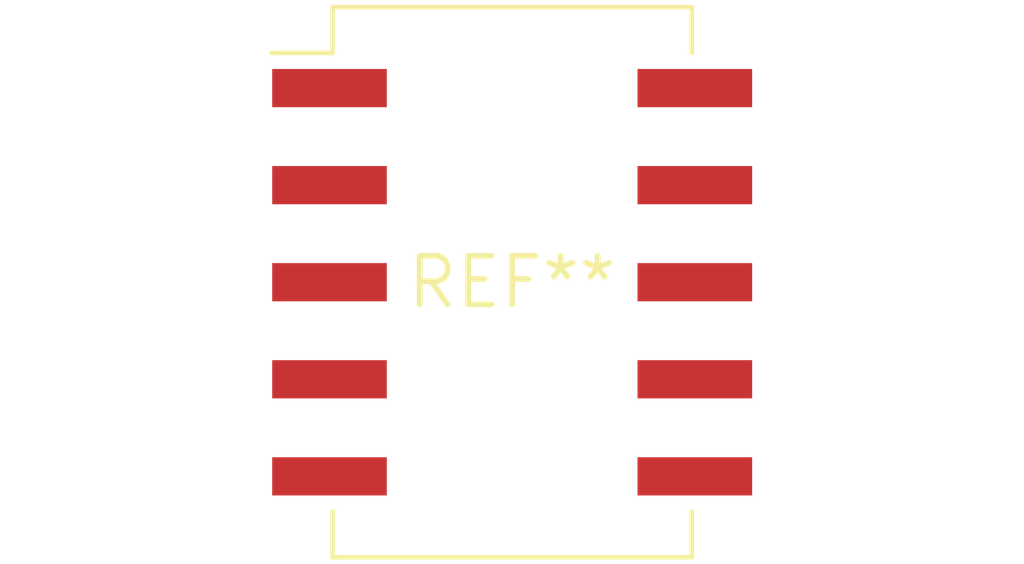
<source format=kicad_pcb>
(kicad_pcb (version 20240108) (generator pcbnew)
  (layers (0 "F.Cu" signal) (31 "B.Cu" signal) (34 "B.Paste" user) (35 "F.Paste" user) (36 "B.SilkS" user "B.Silkscreen") (37 "F.SilkS" user "F.Silkscreen") (38 "B.Mask" user) (39 "F.Mask" user) (44 "Edge.Cuts" user))
  (net 0 "")
  (footprint "Relay_DPDT_Omron_G6H-2F" (layer "F.Cu") (at 0 0)
    (property "Reference" "REF**")
    (property "Value" "Relay_DPDT_Omron_G6H-2F")
    (fp_line (start -4.7 -7.2) (end -4.7 -6) (layer "F.SilkS") (stroke (width 0.12)))
    (fp_line (start -4.7 -7.2) (end 4.7 -7.2) (layer "F.SilkS") (stroke (width 0.12)))
    (fp_line (start -4.7 -6) (end -6.3 -6) (layer "F.SilkS") (stroke (width 0.12)))
    (fp_line (start -4.7 7.2) (end -4.7 6) (layer "F.SilkS") (stroke (width 0.12)))
    (fp_line (start 4.7 -7.2) (end 4.7 -6) (layer "F.SilkS") (stroke (width 0.12)))
    (fp_line (start 4.7 7.2) (end -4.7 7.2) (layer "F.SilkS") (stroke (width 0.12)))
    (fp_line (start 4.7 7.2) (end 4.7 6) (layer "F.SilkS") (stroke (width 0.12)))
    (pad "1" smd rect (at -4.78 -5.08) (size 3 1) (layers "F.Cu" "F.Paste" "F.Mask"))
    (pad "2" smd rect (at -4.78 -2.54) (size 3 1) (layers "F.Cu" "F.Paste" "F.Mask"))
    (pad "3" smd rect (at -4.78 0) (size 3 1) (layers "F.Cu" "F.Paste" "F.Mask"))
    (pad "4" smd rect (at -4.78 2.54) (size 3 1) (layers "F.Cu" "F.Paste" "F.Mask"))
    (pad "5" smd rect (at -4.78 5.08) (size 3 1) (layers "F.Cu" "F.Paste" "F.Mask"))
    (pad "6" smd rect (at 4.78 5.08) (size 3 1) (layers "F.Cu" "F.Paste" "F.Mask"))
    (pad "7" smd rect (at 4.78 2.54) (size 3 1) (layers "F.Cu" "F.Paste" "F.Mask"))
    (pad "8" smd rect (at 4.78 0) (size 3 1) (layers "F.Cu" "F.Paste" "F.Mask"))
    (pad "9" smd rect (at 4.78 -2.54) (size 3 1) (layers "F.Cu" "F.Paste" "F.Mask"))
    (pad "10" smd rect (at 4.78 -5.08) (size 3 1) (layers "F.Cu" "F.Paste" "F.Mask"))
  )
)
</source>
